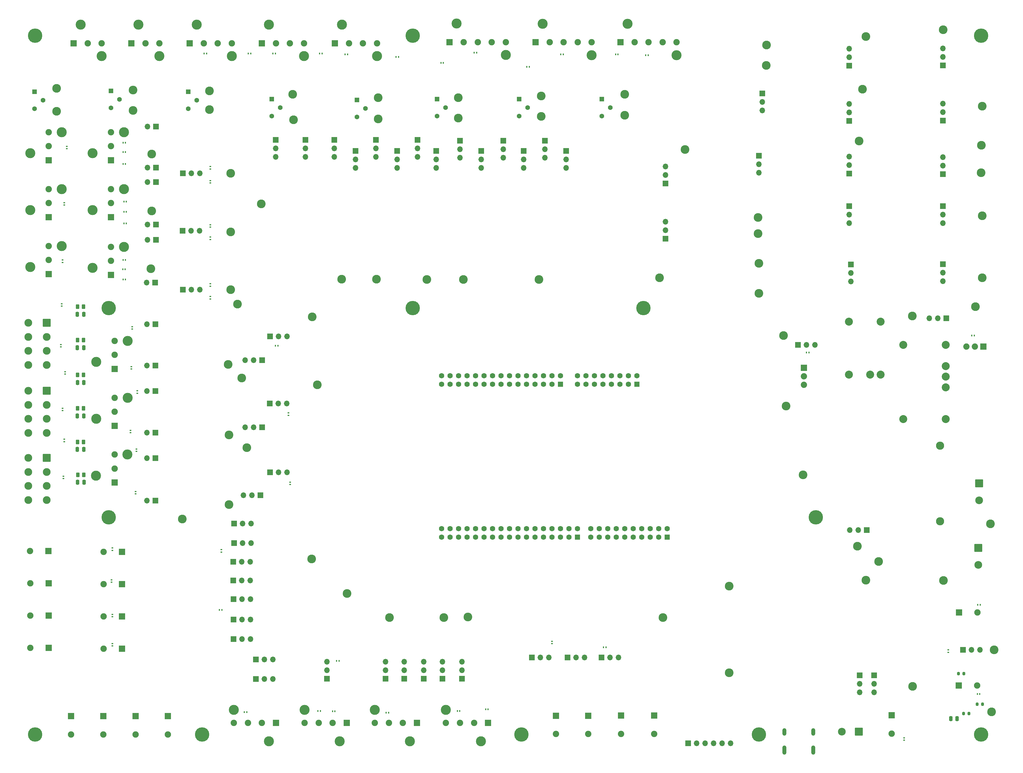
<source format=gbr>
%TF.GenerationSoftware,KiCad,Pcbnew,(6.0.10)*%
%TF.CreationDate,2024-08-19T09:21:52-04:00*%
%TF.ProjectId,ExoFlex_Kicad,45786f46-6c65-4785-9f4b-696361642e6b,rev?*%
%TF.SameCoordinates,Original*%
%TF.FileFunction,Soldermask,Bot*%
%TF.FilePolarity,Negative*%
%FSLAX46Y46*%
G04 Gerber Fmt 4.6, Leading zero omitted, Abs format (unit mm)*
G04 Created by KiCad (PCBNEW (6.0.10)) date 2024-08-19 09:21:52*
%MOMM*%
%LPD*%
G01*
G04 APERTURE LIST*
G04 Aperture macros list*
%AMRoundRect*
0 Rectangle with rounded corners*
0 $1 Rounding radius*
0 $2 $3 $4 $5 $6 $7 $8 $9 X,Y pos of 4 corners*
0 Add a 4 corners polygon primitive as box body*
4,1,4,$2,$3,$4,$5,$6,$7,$8,$9,$2,$3,0*
0 Add four circle primitives for the rounded corners*
1,1,$1+$1,$2,$3*
1,1,$1+$1,$4,$5*
1,1,$1+$1,$6,$7*
1,1,$1+$1,$8,$9*
0 Add four rect primitives between the rounded corners*
20,1,$1+$1,$2,$3,$4,$5,0*
20,1,$1+$1,$4,$5,$6,$7,0*
20,1,$1+$1,$6,$7,$8,$9,0*
20,1,$1+$1,$8,$9,$2,$3,0*%
G04 Aperture macros list end*
%ADD10C,2.604000*%
%ADD11RoundRect,0.200000X0.200000X0.275000X-0.200000X0.275000X-0.200000X-0.275000X0.200000X-0.275000X0*%
%ADD12RoundRect,0.200000X-0.200000X-0.275000X0.200000X-0.275000X0.200000X0.275000X-0.200000X0.275000X0*%
%ADD13R,1.900000X1.900000*%
%ADD14C,1.900000*%
%ADD15R,0.300000X0.550000*%
%ADD16RoundRect,0.250000X0.250000X0.475000X-0.250000X0.475000X-0.250000X-0.475000X0.250000X-0.475000X0*%
%ADD17C,4.300000*%
%ADD18RoundRect,0.102000X1.050000X1.050000X-1.050000X1.050000X-1.050000X-1.050000X1.050000X-1.050000X0*%
%ADD19C,2.304000*%
%ADD20R,1.700000X1.700000*%
%ADD21O,1.700000X1.700000*%
%ADD22C,2.999999*%
%ADD23RoundRect,0.102000X-0.611000X0.611000X-0.611000X-0.611000X0.611000X-0.611000X0.611000X0.611000X0*%
%ADD24C,1.426000*%
%ADD25C,1.594000*%
%ADD26RoundRect,0.102000X-0.695000X-0.695000X0.695000X-0.695000X0.695000X0.695000X-0.695000X0.695000X0*%
%ADD27R,1.879600X1.879600*%
%ADD28C,1.879600*%
%ADD29C,2.388400*%
%ADD30C,2.454000*%
%ADD31RoundRect,0.102000X-1.050000X1.050000X-1.050000X-1.050000X1.050000X-1.050000X1.050000X1.050000X0*%
%ADD32RoundRect,0.076200X-1.087500X1.087500X-1.087500X-1.087500X1.087500X-1.087500X1.087500X1.087500X0*%
%ADD33C,2.327400*%
%ADD34O,1.188400X2.252400*%
%ADD35O,1.252400X2.752400*%
%ADD36R,0.550000X0.300000*%
%ADD37RoundRect,0.250000X-0.262500X-0.450000X0.262500X-0.450000X0.262500X0.450000X-0.262500X0.450000X0*%
G04 APERTURE END LIST*
D10*
%TO.C,TP32*%
X323342000Y-231902000D03*
%TD*%
D11*
%TO.C,R285*%
X316547000Y-232410000D03*
X314897000Y-232410000D03*
%TD*%
D12*
%TO.C,R284*%
X318961000Y-229616000D03*
X320611000Y-229616000D03*
%TD*%
%TO.C,R283*%
X313373000Y-220472000D03*
X315023000Y-220472000D03*
%TD*%
D13*
%TO.C,J4*%
X313524001Y-224028000D03*
D14*
X319024000Y-224028000D03*
%TD*%
D15*
%TO.C,D174*%
X319044447Y-226532071D03*
X319744447Y-226532071D03*
%TD*%
D16*
%TO.C,C85*%
X312975031Y-233895753D03*
X311075031Y-233895753D03*
%TD*%
D10*
%TO.C,TP117*%
X154432000Y-102600000D03*
%TD*%
D17*
%TO.C,H14*%
X320202000Y-238672000D03*
%TD*%
D10*
%TO.C,TP113*%
X139828000Y-54610000D03*
%TD*%
D18*
%TO.C,J81*%
X283602000Y-237810501D03*
D19*
X278522000Y-237810501D03*
%TD*%
D17*
%TO.C,H6*%
X320202000Y-29672000D03*
%TD*%
D10*
%TO.C,TP37*%
X72085000Y-65070002D03*
%TD*%
D20*
%TO.C,J7*%
X283852500Y-220980000D03*
D21*
X283852500Y-223520000D03*
X283852500Y-226060000D03*
%TD*%
D10*
%TO.C,TP3*%
X323000000Y-175700000D03*
%TD*%
D20*
%TO.C,J77*%
X73213000Y-135947004D03*
D21*
X70673000Y-135947004D03*
%TD*%
D22*
%TO.C,J22*%
X55491001Y-127228005D03*
X64891000Y-120928005D03*
D13*
X61041000Y-129328003D03*
D14*
X61041000Y-125128004D03*
X61041000Y-120928005D03*
%TD*%
D10*
%TO.C,TP110*%
X114300000Y-47244000D03*
%TD*%
D22*
%TO.C,J23*%
X55491001Y-144272003D03*
X64891000Y-137972003D03*
D13*
X61041000Y-146372001D03*
D14*
X61041000Y-142172002D03*
X61041000Y-137972003D03*
%TD*%
D22*
%TO.C,J45*%
X214402000Y-26122001D03*
X229101969Y-35522000D03*
D13*
X212302002Y-31672000D03*
D14*
X216502001Y-31672000D03*
X220702000Y-31672000D03*
X224902000Y-31672000D03*
X229101999Y-31672000D03*
%TD*%
D20*
%TO.C,J100*%
X142036000Y-221977999D03*
D21*
X142036000Y-219437999D03*
X142036000Y-216897999D03*
%TD*%
D22*
%TO.C,J13*%
X45137000Y-58538005D03*
X35737001Y-64838005D03*
D13*
X41287000Y-66938003D03*
D14*
X41287000Y-62738004D03*
X41287000Y-58538005D03*
%TD*%
D20*
%TO.C,J120*%
X196052000Y-64180000D03*
D21*
X196052000Y-66720000D03*
X196052000Y-69260000D03*
%TD*%
D20*
%TO.C,J132*%
X225760000Y-90401000D03*
D21*
X225760000Y-87861000D03*
X225760000Y-85321000D03*
%TD*%
D20*
%TO.C,J68*%
X308702000Y-98059000D03*
D21*
X308702000Y-100599000D03*
X308702000Y-103139000D03*
%TD*%
D10*
%TO.C,TP62*%
X95250000Y-149098000D03*
%TD*%
D20*
%TO.C,J92*%
X96778000Y-181412000D03*
D21*
X99318000Y-181412000D03*
X101858000Y-181412000D03*
%TD*%
D20*
%TO.C,J78*%
X73213000Y-148393004D03*
D21*
X70673000Y-148393004D03*
%TD*%
D10*
%TO.C,TP42*%
X71831000Y-99360002D03*
%TD*%
D20*
%TO.C,J74*%
X81444500Y-105661496D03*
D21*
X83984500Y-105661496D03*
X86524500Y-105661496D03*
%TD*%
D23*
%TO.C,RV3*%
X83058000Y-46482000D03*
D24*
X85598000Y-49022000D03*
X83058000Y-51562000D03*
%TD*%
D20*
%TO.C,J127*%
X164896000Y-221977999D03*
D21*
X164896000Y-219437999D03*
X164896000Y-216897999D03*
%TD*%
D20*
%TO.C,J111*%
X118074000Y-60863000D03*
D21*
X118074000Y-63403000D03*
X118074000Y-65943000D03*
%TD*%
D20*
%TO.C,J105*%
X196464000Y-215646000D03*
D21*
X199004000Y-215646000D03*
X201544000Y-215646000D03*
%TD*%
D20*
%TO.C,J106*%
X206609000Y-215646000D03*
D21*
X209149000Y-215646000D03*
X211689000Y-215646000D03*
%TD*%
D20*
%TO.C,J67*%
X308702000Y-71105000D03*
D21*
X308702000Y-68565000D03*
X308702000Y-66025000D03*
%TD*%
D10*
%TO.C,TP96*%
X188582000Y-47752000D03*
%TD*%
%TO.C,TP11*%
X253702000Y-97769000D03*
%TD*%
D13*
%TO.C,J35*%
X48000000Y-233172000D03*
D14*
X48000000Y-238671999D03*
%TD*%
D10*
%TO.C,TP68*%
X120142000Y-113800000D03*
%TD*%
D20*
%TO.C,J64*%
X73335000Y-90749002D03*
D21*
X70795000Y-90749002D03*
%TD*%
D20*
%TO.C,J57*%
X232542000Y-241300000D03*
D21*
X235082000Y-241300000D03*
X237622000Y-241300000D03*
X240162000Y-241300000D03*
X242702000Y-241300000D03*
X245242000Y-241300000D03*
%TD*%
D20*
%TO.C,J124*%
X124510000Y-221992999D03*
D21*
X124510000Y-219452999D03*
X124510000Y-216912999D03*
%TD*%
D10*
%TO.C,TP41*%
X95682000Y-105654000D03*
%TD*%
D20*
%TO.C,J110*%
X109184000Y-60878000D03*
D21*
X109184000Y-63418000D03*
X109184000Y-65958000D03*
%TD*%
D25*
%TO.C,J10*%
X194346500Y-131372000D03*
D26*
X194346500Y-133912000D03*
D25*
X191806500Y-131372000D03*
X191806500Y-133912000D03*
X189266500Y-131372000D03*
X189266500Y-133912000D03*
X186726500Y-131372000D03*
X186726500Y-133912000D03*
X184186500Y-131372000D03*
X184186500Y-133912000D03*
X181646500Y-131372000D03*
X181646500Y-133912000D03*
X179106500Y-131372000D03*
X179106500Y-133912000D03*
X176566500Y-131372000D03*
X176566500Y-133912000D03*
X174026500Y-131372000D03*
X174026500Y-133912000D03*
X171486500Y-131372000D03*
X171486500Y-133912000D03*
X168946500Y-131372000D03*
X168946500Y-133912000D03*
X166406500Y-131372000D03*
X166406500Y-133912000D03*
X163866500Y-131372000D03*
X163866500Y-133912000D03*
X161326500Y-131372000D03*
X161326500Y-133912000D03*
X158786500Y-131372000D03*
X158786500Y-133912000D03*
%TD*%
D10*
%TO.C,TP17*%
X266954000Y-161036000D03*
%TD*%
D22*
%TO.C,J20*%
X54394001Y-81856005D03*
X63794000Y-75556005D03*
D13*
X59944000Y-83956003D03*
D14*
X59944000Y-79756004D03*
X59944000Y-75556005D03*
%TD*%
D13*
%TO.C,J27*%
X41255000Y-193418002D03*
D14*
X35755001Y-193418002D03*
%TD*%
D10*
%TO.C,TP20*%
X244856000Y-220218000D03*
%TD*%
%TO.C,TP18*%
X104902000Y-80010000D03*
%TD*%
D20*
%TO.C,J93*%
X96524000Y-192588000D03*
D21*
X99064000Y-192588000D03*
X101604000Y-192588000D03*
%TD*%
D20*
%TO.C,J73*%
X81344500Y-88061496D03*
D21*
X83884500Y-88061496D03*
X86424500Y-88061496D03*
%TD*%
D10*
%TO.C,TP60*%
X99060000Y-132080000D03*
%TD*%
D20*
%TO.C,J119*%
X183352000Y-64180000D03*
D21*
X183352000Y-66720000D03*
X183352000Y-69260000D03*
%TD*%
D20*
%TO.C,J95*%
X103286000Y-216210000D03*
D21*
X105826000Y-216210000D03*
X108366000Y-216210000D03*
%TD*%
D17*
%TO.C,H12*%
X59202000Y-173672000D03*
%TD*%
D22*
%TO.C,J54*%
X74409999Y-35813001D03*
X68109999Y-26413002D03*
D13*
X66010001Y-31963001D03*
D14*
X70210000Y-31963001D03*
X74409999Y-31963001D03*
%TD*%
D13*
%TO.C,J47*%
X202663001Y-233022002D03*
D14*
X202663001Y-238522001D03*
%TD*%
D17*
%TO.C,H11*%
X150202000Y-29672000D03*
%TD*%
%TO.C,H4*%
X37202000Y-29672000D03*
%TD*%
D10*
%TO.C,TP5*%
X285700000Y-192500000D03*
%TD*%
D27*
%TO.C,U124*%
X320814900Y-122664000D03*
D28*
X318274900Y-122664000D03*
X315734900Y-122664000D03*
%TD*%
D20*
%TO.C,J131*%
X225760000Y-73886000D03*
D21*
X225760000Y-71346000D03*
X225760000Y-68806000D03*
%TD*%
D10*
%TO.C,TP84*%
X119900000Y-186200000D03*
%TD*%
D13*
%TO.C,J48*%
X212451000Y-232970001D03*
D14*
X212451000Y-238470000D03*
%TD*%
D20*
%TO.C,J86*%
X104633000Y-167132000D03*
D21*
X102093000Y-167132000D03*
X99553000Y-167132000D03*
%TD*%
D10*
%TO.C,TP112*%
X139828000Y-48260000D03*
%TD*%
D17*
%TO.C,H7*%
X150202000Y-111172000D03*
%TD*%
D20*
%TO.C,J94*%
X96539000Y-198176000D03*
D21*
X99079000Y-198176000D03*
X101619000Y-198176000D03*
%TD*%
D20*
%TO.C,J5*%
X309727000Y-114172000D03*
D21*
X307187000Y-114172000D03*
X304647000Y-114172000D03*
%TD*%
D10*
%TO.C,TP2*%
X283200500Y-182372000D03*
%TD*%
D20*
%TO.C,J125*%
X147624000Y-221977999D03*
D21*
X147624000Y-219437999D03*
X147624000Y-216897999D03*
%TD*%
D10*
%TO.C,TP13*%
X253492000Y-84074000D03*
%TD*%
D22*
%TO.C,J19*%
X54394001Y-64838005D03*
X63794000Y-58538005D03*
D13*
X59944000Y-66938003D03*
D14*
X59944000Y-62738004D03*
X59944000Y-58538005D03*
%TD*%
D23*
%TO.C,RV6*%
X37084000Y-46482000D03*
D24*
X39624000Y-49022000D03*
X37084000Y-51562000D03*
%TD*%
D10*
%TO.C,TP124*%
X139300000Y-102500000D03*
%TD*%
D20*
%TO.C,J90*%
X96524000Y-187000000D03*
D21*
X99064000Y-187000000D03*
X101604000Y-187000000D03*
%TD*%
D13*
%TO.C,J26*%
X63194000Y-184020000D03*
D14*
X57694001Y-184020000D03*
%TD*%
D20*
%TO.C,J96*%
X159054000Y-221977999D03*
D21*
X159054000Y-219437999D03*
X159054000Y-216897999D03*
%TD*%
D20*
%TO.C,J58*%
X280702000Y-55197000D03*
D21*
X280702000Y-52657000D03*
X280702000Y-50117000D03*
%TD*%
D10*
%TO.C,TP107*%
X225044000Y-203708000D03*
%TD*%
D17*
%TO.C,H5*%
X182702000Y-238672000D03*
%TD*%
D10*
%TO.C,TP126*%
X165354000Y-102616000D03*
%TD*%
D22*
%TO.C,J49*%
X85568002Y-26413002D03*
X96067979Y-35813001D03*
D13*
X83468004Y-31963001D03*
D14*
X87668003Y-31963001D03*
X91868002Y-31963001D03*
X96068002Y-31963001D03*
%TD*%
D13*
%TO.C,J34*%
X313533501Y-202184000D03*
D14*
X319033500Y-202184000D03*
%TD*%
D10*
%TO.C,TP85*%
X130556000Y-196500000D03*
%TD*%
%TO.C,TP61*%
X94996000Y-128016000D03*
%TD*%
D22*
%TO.C,J24*%
X64843000Y-154928005D03*
X55443001Y-161228005D03*
D13*
X60993000Y-163328003D03*
D14*
X60993000Y-159128004D03*
X60993000Y-154928005D03*
%TD*%
D13*
%TO.C,J32*%
X63246000Y-212976000D03*
D14*
X57746001Y-212976000D03*
%TD*%
D22*
%TO.C,J44*%
X203701969Y-35522000D03*
X189002000Y-26122001D03*
D13*
X186902002Y-31672000D03*
D14*
X191102001Y-31672000D03*
X195302000Y-31672000D03*
X199502000Y-31672000D03*
X203701999Y-31672000D03*
%TD*%
D29*
%TO.C,U7*%
X280630000Y-131064000D03*
X286980000Y-131064000D03*
X290155000Y-131064000D03*
X290155000Y-115189000D03*
X280630000Y-115189000D03*
%TD*%
D10*
%TO.C,TP118*%
X43688000Y-45466000D03*
%TD*%
%TO.C,TP23*%
X284734000Y-45720000D03*
%TD*%
D29*
%TO.C,U5*%
X296852000Y-144348000D03*
X309552000Y-144348000D03*
X309552000Y-134823000D03*
X309552000Y-131648000D03*
X309552000Y-128473000D03*
X309552000Y-122123000D03*
X296852000Y-122123000D03*
%TD*%
D25*
%TO.C,J12*%
X199426500Y-177100000D03*
D26*
X199426500Y-179640000D03*
D25*
X196886500Y-177100000D03*
X196886500Y-179640000D03*
X194346500Y-177100000D03*
X194346500Y-179640000D03*
X191806500Y-177100000D03*
X191806500Y-179640000D03*
X189266500Y-177100000D03*
X189266500Y-179640000D03*
X186726500Y-177100000D03*
X186726500Y-179640000D03*
X184186500Y-177100000D03*
X184186500Y-179640000D03*
X181646500Y-177100000D03*
X181646500Y-179640000D03*
X179106500Y-177100000D03*
X179106500Y-179640000D03*
X176566500Y-177100000D03*
X176566500Y-179640000D03*
X174026500Y-177100000D03*
X174026500Y-179640000D03*
X171486500Y-177100000D03*
X171486500Y-179640000D03*
X168946500Y-177100000D03*
X168946500Y-179640000D03*
X166406500Y-177100000D03*
X166406500Y-179640000D03*
X163866500Y-177100000D03*
X163866500Y-179640000D03*
X161326500Y-177100000D03*
X161326500Y-179640000D03*
X158786500Y-177100000D03*
X158786500Y-179640000D03*
%TD*%
D22*
%TO.C,J41*%
X149334001Y-240693000D03*
X138834024Y-231293001D03*
D13*
X151433999Y-235143001D03*
D14*
X147234000Y-235143001D03*
X143034001Y-235143001D03*
X138834001Y-235143001D03*
%TD*%
D20*
%TO.C,J87*%
X281202000Y-98107000D03*
D21*
X281202000Y-100647000D03*
X281202000Y-103187000D03*
%TD*%
D17*
%TO.C,H9*%
X253702000Y-238672000D03*
%TD*%
D20*
%TO.C,J62*%
X73406000Y-56896000D03*
D21*
X70866000Y-56896000D03*
%TD*%
D23*
%TO.C,RV4*%
X107978000Y-48632000D03*
D24*
X110518000Y-51172000D03*
X107978000Y-53712000D03*
%TD*%
D10*
%TO.C,TP64*%
X95250000Y-169926000D03*
%TD*%
%TO.C,TP97*%
X188582000Y-53848000D03*
%TD*%
D17*
%TO.C,H8*%
X270702000Y-173672000D03*
%TD*%
%TO.C,H3*%
X219202000Y-111172000D03*
%TD*%
D10*
%TO.C,TP4*%
X285750000Y-29972000D03*
%TD*%
D20*
%TO.C,J61*%
X73335000Y-86177002D03*
D21*
X70795000Y-86177002D03*
%TD*%
D22*
%TO.C,J40*%
X117820024Y-231322000D03*
X128320001Y-240721999D03*
D13*
X130419999Y-235172000D03*
D14*
X126220000Y-235172000D03*
X122020001Y-235172000D03*
X117820001Y-235172000D03*
%TD*%
D10*
%TO.C,TP120*%
X66548000Y-45974000D03*
%TD*%
D20*
%TO.C,J80*%
X73213000Y-168713004D03*
D21*
X70673000Y-168713004D03*
%TD*%
D20*
%TO.C,J69*%
X253702000Y-65632000D03*
D21*
X253702000Y-68172000D03*
X253702000Y-70712000D03*
%TD*%
D10*
%TO.C,TP108*%
X89408000Y-46228000D03*
%TD*%
%TO.C,TP128*%
X244856000Y-194310000D03*
%TD*%
D20*
%TO.C,J102*%
X164302000Y-61117000D03*
D21*
X164302000Y-63657000D03*
X164302000Y-66197000D03*
%TD*%
D10*
%TO.C,TP12*%
X256032000Y-32512000D03*
%TD*%
D20*
%TO.C,J71*%
X288170500Y-220965000D03*
D21*
X288170500Y-223505000D03*
X288170500Y-226045000D03*
%TD*%
D20*
%TO.C,J122*%
X145506000Y-64195000D03*
D21*
X145506000Y-66735000D03*
X145506000Y-69275000D03*
%TD*%
D10*
%TO.C,TP27*%
X320294000Y-62484000D03*
%TD*%
D22*
%TO.C,J39*%
X96670024Y-231293001D03*
X107170001Y-240693000D03*
D13*
X109269999Y-235143001D03*
D14*
X105070000Y-235143001D03*
X100870001Y-235143001D03*
X96670001Y-235143001D03*
%TD*%
D20*
%TO.C,J63*%
X73355000Y-69134002D03*
D21*
X70815000Y-69134002D03*
%TD*%
D20*
%TO.C,J109*%
X151602000Y-60878000D03*
D21*
X151602000Y-63418000D03*
X151602000Y-65958000D03*
%TD*%
D27*
%TO.C,U123*%
X267206000Y-128986500D03*
D28*
X267206000Y-131526500D03*
X267206000Y-134066500D03*
%TD*%
D23*
%TO.C,RV2*%
X206702000Y-48632000D03*
D24*
X209242000Y-51172000D03*
X206702000Y-53712000D03*
%TD*%
D13*
%TO.C,J30*%
X63246000Y-203324000D03*
D14*
X57746001Y-203324000D03*
%TD*%
D10*
%TO.C,TP81*%
X253702000Y-106769000D03*
%TD*%
D17*
%TO.C,H13*%
X59202000Y-111172000D03*
%TD*%
D10*
%TO.C,TP109*%
X89408000Y-51816000D03*
%TD*%
%TO.C,TP6*%
X261874000Y-140462000D03*
%TD*%
%TO.C,TP40*%
X72085000Y-82088002D03*
%TD*%
D20*
%TO.C,J82*%
X314721000Y-213360000D03*
D21*
X317261000Y-213360000D03*
X319801000Y-213360000D03*
%TD*%
D22*
%TO.C,J50*%
X107158001Y-26413001D03*
X117657978Y-35813000D03*
D13*
X105058003Y-31963000D03*
D14*
X109258002Y-31963000D03*
X113458001Y-31963000D03*
X117658001Y-31963000D03*
%TD*%
D22*
%TO.C,J53*%
X57137999Y-35813001D03*
X50837999Y-26413002D03*
D13*
X48738001Y-31963001D03*
D14*
X52938000Y-31963001D03*
X57137999Y-31963001D03*
%TD*%
D30*
%TO.C,F1*%
X307857500Y-152276000D03*
X307857500Y-174876000D03*
%TD*%
D10*
%TO.C,TP59*%
X97790000Y-109982000D03*
%TD*%
D20*
%TO.C,J116*%
X107442000Y-139700000D03*
D21*
X109982000Y-139700000D03*
X112522000Y-139700000D03*
%TD*%
D20*
%TO.C,J59*%
X308702000Y-55103000D03*
D21*
X308702000Y-52563000D03*
X308702000Y-50023000D03*
%TD*%
D20*
%TO.C,J98*%
X96539000Y-204272000D03*
D21*
X99079000Y-204272000D03*
X101619000Y-204272000D03*
%TD*%
D23*
%TO.C,RV7*%
X59944000Y-46228000D03*
D24*
X62484000Y-48768000D03*
X59944000Y-51308000D03*
%TD*%
D20*
%TO.C,J97*%
X96539000Y-210114000D03*
D21*
X99079000Y-210114000D03*
X101619000Y-210114000D03*
%TD*%
D20*
%TO.C,J104*%
X185781000Y-215646000D03*
D21*
X188321000Y-215646000D03*
X190861000Y-215646000D03*
%TD*%
D10*
%TO.C,TP94*%
X163828000Y-48260000D03*
%TD*%
%TO.C,TP26*%
X283718000Y-61214000D03*
%TD*%
%TO.C,TP38*%
X95758000Y-70866000D03*
%TD*%
D20*
%TO.C,J108*%
X126710000Y-60878000D03*
D21*
X126710000Y-63418000D03*
X126710000Y-65958000D03*
%TD*%
D20*
%TO.C,J56*%
X308702000Y-38593000D03*
D21*
X308702000Y-36053000D03*
X308702000Y-33513000D03*
%TD*%
D31*
%TO.C,J3*%
X319287500Y-182880000D03*
D19*
X319287500Y-187960000D03*
%TD*%
D13*
%TO.C,J52*%
X222357000Y-232970001D03*
D14*
X222357000Y-238470000D03*
%TD*%
D10*
%TO.C,TP1*%
X308900000Y-192600000D03*
%TD*%
D20*
%TO.C,J89*%
X254712000Y-46958000D03*
D21*
X254712000Y-49498000D03*
X254712000Y-52038000D03*
%TD*%
D25*
%TO.C,J11*%
X226310000Y-177100000D03*
D26*
X226310000Y-179640000D03*
D25*
X223770000Y-177100000D03*
X223770000Y-179640000D03*
X221230000Y-177100000D03*
X221230000Y-179640000D03*
X218690000Y-177100000D03*
X218690000Y-179640000D03*
X216150000Y-177100000D03*
X216150000Y-179640000D03*
X213610000Y-177100000D03*
X213610000Y-179640000D03*
X211070000Y-177100000D03*
X211070000Y-179640000D03*
X208530000Y-177100000D03*
X208530000Y-179640000D03*
X205990000Y-177100000D03*
X205990000Y-179640000D03*
X203450000Y-177100000D03*
X203450000Y-179640000D03*
%TD*%
D20*
%TO.C,J60*%
X73335000Y-73477002D03*
D21*
X70795000Y-73477002D03*
%TD*%
D10*
%TO.C,TP30*%
X231648000Y-63754000D03*
%TD*%
%TO.C,TP98*%
X213560000Y-47244000D03*
%TD*%
D13*
%TO.C,J25*%
X41218999Y-183766002D03*
D14*
X35719000Y-183766002D03*
%TD*%
D20*
%TO.C,J91*%
X96778000Y-175570000D03*
D21*
X99318000Y-175570000D03*
X101858000Y-175570000D03*
%TD*%
D10*
%TO.C,TP8*%
X261112000Y-119380000D03*
%TD*%
D20*
%TO.C,J55*%
X280702000Y-38687000D03*
D21*
X280702000Y-36147000D03*
X280702000Y-33607000D03*
%TD*%
D22*
%TO.C,J15*%
X45137000Y-92574005D03*
X35737001Y-98874005D03*
D13*
X41287000Y-100974003D03*
D14*
X41287000Y-96774004D03*
X41287000Y-92574005D03*
%TD*%
D32*
%TO.C,J16*%
X40669000Y-115560504D03*
D33*
X40669000Y-119760504D03*
X40669000Y-123960504D03*
X40669000Y-128160504D03*
X35169000Y-115560504D03*
X35169000Y-119760504D03*
X35169000Y-123960504D03*
X35169000Y-128160504D03*
%TD*%
D10*
%TO.C,TP24*%
X324104000Y-213360000D03*
%TD*%
%TO.C,TP95*%
X163828000Y-54356000D03*
%TD*%
%TO.C,TP127*%
X166700000Y-203500000D03*
%TD*%
D20*
%TO.C,J123*%
X157190000Y-64195000D03*
D21*
X157190000Y-66735000D03*
X157190000Y-69275000D03*
%TD*%
D20*
%TO.C,J66*%
X280702000Y-70960000D03*
D21*
X280702000Y-68420000D03*
X280702000Y-65880000D03*
%TD*%
D20*
%TO.C,J2*%
X285989000Y-177546000D03*
D21*
X283449000Y-177546000D03*
X280909000Y-177546000D03*
%TD*%
D10*
%TO.C,TP125*%
X121666000Y-134112000D03*
%TD*%
D20*
%TO.C,J117*%
X107457000Y-119634000D03*
D21*
X109997000Y-119634000D03*
X112537000Y-119634000D03*
%TD*%
D10*
%TO.C,TP10*%
X318516000Y-110744000D03*
%TD*%
D22*
%TO.C,J42*%
X160102025Y-231322000D03*
X170602002Y-240721999D03*
D13*
X172702000Y-235172000D03*
D14*
X168502001Y-235172000D03*
X164302002Y-235172000D03*
X160102002Y-235172000D03*
%TD*%
D10*
%TO.C,TP63*%
X100584000Y-152908000D03*
%TD*%
%TO.C,TP22*%
X308864000Y-27940000D03*
%TD*%
%TO.C,TP99*%
X213560000Y-53458000D03*
%TD*%
D22*
%TO.C,J51*%
X129002001Y-26413001D03*
X139501978Y-35813000D03*
D13*
X126902003Y-31963000D03*
D14*
X131102002Y-31963000D03*
X135302001Y-31963000D03*
X139502001Y-31963000D03*
%TD*%
D20*
%TO.C,J79*%
X73213000Y-156013004D03*
D21*
X70673000Y-156013004D03*
%TD*%
D20*
%TO.C,J118*%
X170652000Y-64195000D03*
D21*
X170652000Y-66735000D03*
X170652000Y-69275000D03*
%TD*%
D10*
%TO.C,TP103*%
X187900000Y-102600000D03*
%TD*%
D20*
%TO.C,J85*%
X105141000Y-146812000D03*
D21*
X102601000Y-146812000D03*
X100061000Y-146812000D03*
%TD*%
D23*
%TO.C,RV1*%
X181978000Y-48632000D03*
D24*
X184518000Y-51172000D03*
X181978000Y-53712000D03*
%TD*%
D10*
%TO.C,TP92*%
X143256000Y-203708000D03*
%TD*%
D13*
%TO.C,J36*%
X57652000Y-233172000D03*
D14*
X57652000Y-238671999D03*
%TD*%
D17*
%TO.C,H2*%
X37202000Y-238672000D03*
%TD*%
D13*
%TO.C,J37*%
X67304000Y-233172000D03*
D14*
X67304000Y-238671999D03*
%TD*%
D23*
%TO.C,RV27*%
X157478000Y-48632000D03*
D24*
X160018000Y-51172000D03*
X157478000Y-53712000D03*
%TD*%
D13*
%TO.C,J29*%
X41255000Y-203070002D03*
D14*
X35755001Y-203070002D03*
%TD*%
D20*
%TO.C,J72*%
X81444500Y-70861496D03*
D21*
X83984500Y-70861496D03*
X86524500Y-70861496D03*
%TD*%
D20*
%TO.C,J121*%
X133060000Y-64180000D03*
D21*
X133060000Y-66720000D03*
X133060000Y-69260000D03*
%TD*%
D10*
%TO.C,TP39*%
X95758000Y-88392000D03*
%TD*%
D20*
%TO.C,J126*%
X153466000Y-221977999D03*
D21*
X153466000Y-219437999D03*
X153466000Y-216897999D03*
%TD*%
D20*
%TO.C,J75*%
X73193000Y-115981004D03*
D21*
X70653000Y-115981004D03*
%TD*%
D10*
%TO.C,TP14*%
X81280000Y-174244000D03*
%TD*%
D23*
%TO.C,RV5*%
X133478000Y-48886000D03*
D24*
X136018000Y-51426000D03*
X133478000Y-53966000D03*
%TD*%
D10*
%TO.C,TP21*%
X224028000Y-102108000D03*
%TD*%
%TO.C,TP121*%
X66548000Y-52070000D03*
%TD*%
D20*
%TO.C,J101*%
X177256000Y-61132000D03*
D21*
X177256000Y-63672000D03*
X177256000Y-66212000D03*
%TD*%
D20*
%TO.C,J107*%
X139156000Y-60878000D03*
D21*
X139156000Y-63418000D03*
X139156000Y-65958000D03*
%TD*%
D32*
%TO.C,J17*%
X40677000Y-135872004D03*
D33*
X40677000Y-140072004D03*
X40677000Y-144272004D03*
X40677000Y-148472004D03*
X35177000Y-135872004D03*
X35177000Y-140072004D03*
X35177000Y-144272004D03*
X35177000Y-148472004D03*
%TD*%
D20*
%TO.C,J88*%
X280702000Y-80622000D03*
D21*
X280702000Y-83162000D03*
X280702000Y-85702000D03*
%TD*%
D13*
%TO.C,J28*%
X63246000Y-193672000D03*
D14*
X57746001Y-193672000D03*
%TD*%
D17*
%TO.C,H10*%
X87202000Y-238672000D03*
%TD*%
D20*
%TO.C,J99*%
X103271000Y-222052000D03*
D21*
X105811000Y-222052000D03*
X108351000Y-222052000D03*
%TD*%
D10*
%TO.C,TP25*%
X320548000Y-50800000D03*
%TD*%
D20*
%TO.C,J84*%
X105141000Y-126746000D03*
D21*
X102601000Y-126746000D03*
X100061000Y-126746000D03*
%TD*%
D10*
%TO.C,TP46*%
X128900000Y-102500000D03*
%TD*%
D20*
%TO.C,J65*%
X73095000Y-103524002D03*
D21*
X70555000Y-103524002D03*
%TD*%
D13*
%TO.C,J33*%
X293456000Y-232922001D03*
D14*
X293456000Y-238422000D03*
%TD*%
D10*
%TO.C,TP19*%
X320202000Y-70672000D03*
%TD*%
D22*
%TO.C,J21*%
X63765000Y-92828003D03*
X54365001Y-99128003D03*
D13*
X59915000Y-101228001D03*
D14*
X59915000Y-97028002D03*
X59915000Y-92828003D03*
%TD*%
D10*
%TO.C,TP7*%
X299567000Y-113500000D03*
%TD*%
%TO.C,TP9*%
X299720000Y-224282000D03*
%TD*%
D25*
%TO.C,J9*%
X217205000Y-131375000D03*
D26*
X217205000Y-133915000D03*
D25*
X214665000Y-131375000D03*
X214665000Y-133915000D03*
X212125000Y-131375000D03*
X212125000Y-133915000D03*
X209585000Y-131375000D03*
X209585000Y-133915000D03*
X207045000Y-131375000D03*
X207045000Y-133915000D03*
X204505000Y-131375000D03*
X204505000Y-133915000D03*
X201965000Y-131375000D03*
X201965000Y-133915000D03*
X199425000Y-131375000D03*
X199425000Y-133915000D03*
%TD*%
D31*
%TO.C,J1*%
X319551000Y-163576000D03*
D19*
X319551000Y-168656000D03*
%TD*%
D20*
%TO.C,J115*%
X107457000Y-160274000D03*
D21*
X109997000Y-160274000D03*
X112537000Y-160274000D03*
%TD*%
D13*
%TO.C,J31*%
X41307000Y-212722002D03*
D14*
X35807001Y-212722002D03*
%TD*%
D22*
%TO.C,J43*%
X163298000Y-26055000D03*
X177997969Y-35454999D03*
D13*
X161198002Y-31604999D03*
D14*
X165398001Y-31604999D03*
X169598000Y-31604999D03*
X173798000Y-31604999D03*
X177997999Y-31604999D03*
%TD*%
D20*
%TO.C,J6*%
X265430000Y-122174000D03*
D21*
X267970000Y-122174000D03*
X270510000Y-122174000D03*
%TD*%
D10*
%TO.C,TP15*%
X255900000Y-38613000D03*
%TD*%
%TO.C,TP93*%
X159512000Y-203704999D03*
%TD*%
D20*
%TO.C,J70*%
X308702000Y-80652000D03*
D21*
X308702000Y-83192000D03*
X308702000Y-85732000D03*
%TD*%
D34*
%TO.C,J8*%
X261312000Y-237927000D03*
X269952000Y-237927000D03*
D35*
X261312000Y-243287000D03*
X269952000Y-243287000D03*
%TD*%
D10*
%TO.C,TP29*%
X320548000Y-83566000D03*
%TD*%
D32*
%TO.C,J18*%
X40721000Y-155946504D03*
D33*
X40721000Y-160146504D03*
X40721000Y-164346504D03*
X40721000Y-168546504D03*
X35221000Y-155946504D03*
X35221000Y-160146504D03*
X35221000Y-164346504D03*
X35221000Y-168546504D03*
%TD*%
D22*
%TO.C,J14*%
X45137000Y-75556005D03*
X35737001Y-81856005D03*
D13*
X41287000Y-83956003D03*
D14*
X41287000Y-79756004D03*
X41287000Y-75556005D03*
%TD*%
D13*
%TO.C,J46*%
X193011001Y-233022002D03*
D14*
X193011001Y-238522001D03*
%TD*%
D10*
%TO.C,TP16*%
X253492000Y-88900000D03*
%TD*%
%TO.C,TP28*%
X320548000Y-102108000D03*
%TD*%
%TO.C,TP31*%
X289560000Y-186944000D03*
%TD*%
D20*
%TO.C,J76*%
X73213000Y-128327004D03*
D21*
X70673000Y-128327004D03*
%TD*%
D13*
%TO.C,J38*%
X76956000Y-233172000D03*
D14*
X76956000Y-238671999D03*
%TD*%
D10*
%TO.C,TP111*%
X114554000Y-54864000D03*
%TD*%
%TO.C,TP119*%
X43688000Y-52324000D03*
%TD*%
D20*
%TO.C,J103*%
X189702000Y-61147000D03*
D21*
X189702000Y-63687000D03*
X189702000Y-66227000D03*
%TD*%
D16*
%TO.C,C70*%
X51750000Y-153400000D03*
X49850000Y-153400000D03*
%TD*%
D36*
%TO.C,D48*%
X60322000Y-202720000D03*
X60322000Y-203420000D03*
%TD*%
D15*
%TO.C,D93*%
X101696000Y-35052000D03*
X100996000Y-35052000D03*
%TD*%
D16*
%TO.C,C61*%
X51850000Y-163200000D03*
X49950000Y-163200000D03*
%TD*%
D37*
%TO.C,R10*%
X49887500Y-151200000D03*
X51712500Y-151200000D03*
%TD*%
D36*
%TO.C,D42*%
X60068000Y-192436000D03*
X60068000Y-193136000D03*
%TD*%
%TO.C,D50*%
X60322000Y-211486000D03*
X60322000Y-212186000D03*
%TD*%
D37*
%TO.C,R9*%
X49887500Y-110700000D03*
X51712500Y-110700000D03*
%TD*%
D15*
%TO.C,D22*%
X63452000Y-99568000D03*
X64152000Y-99568000D03*
%TD*%
D37*
%TO.C,R280*%
X49900000Y-120700000D03*
X51725000Y-120700000D03*
%TD*%
D36*
%TO.C,D13*%
X46736000Y-62800000D03*
X46736000Y-63500000D03*
%TD*%
D15*
%TO.C,D23*%
X63548000Y-96774000D03*
X64248000Y-96774000D03*
%TD*%
%TO.C,D161*%
X109824000Y-122428000D03*
X109124000Y-122428000D03*
%TD*%
D36*
%TO.C,D7*%
X45720000Y-161448000D03*
X45720000Y-162148000D03*
%TD*%
D15*
%TO.C,D95*%
X109062000Y-35052000D03*
X108362000Y-35052000D03*
%TD*%
%TO.C,D24*%
X63802000Y-85852000D03*
X64502000Y-85852000D03*
%TD*%
%TO.C,D28*%
X63548000Y-64516000D03*
X64248000Y-64516000D03*
%TD*%
D36*
%TO.C,D12*%
X89662000Y-86214000D03*
X89662000Y-86914000D03*
%TD*%
D37*
%TO.C,R279*%
X49887500Y-141100000D03*
X51712500Y-141100000D03*
%TD*%
D36*
%TO.C,D19*%
X44958000Y-122078000D03*
X44958000Y-122778000D03*
%TD*%
D15*
%TO.C,D21*%
X63548000Y-102616000D03*
X64248000Y-102616000D03*
%TD*%
%TO.C,D80*%
X195168000Y-35306000D03*
X194468000Y-35306000D03*
%TD*%
D36*
%TO.C,D30*%
X67310000Y-166720000D03*
X67310000Y-166020000D03*
%TD*%
%TO.C,D120*%
X92941947Y-183404252D03*
X92941947Y-184104252D03*
%TD*%
D15*
%TO.C,D113*%
X185008000Y-39009000D03*
X184308000Y-39009000D03*
%TD*%
%TO.C,D124*%
X92360000Y-201422000D03*
X93060000Y-201422000D03*
%TD*%
%TO.C,D70*%
X163546380Y-231648000D03*
X164246380Y-231648000D03*
%TD*%
D16*
%TO.C,C69*%
X51750000Y-113000000D03*
X49850000Y-113000000D03*
%TD*%
D15*
%TO.C,D69*%
X142227921Y-232118786D03*
X142927921Y-232118786D03*
%TD*%
D36*
%TO.C,D8*%
X45974000Y-79660000D03*
X45974000Y-80360000D03*
%TD*%
D15*
%TO.C,D72*%
X126202766Y-231673390D03*
X126902766Y-231673390D03*
%TD*%
%TO.C,D142*%
X207264000Y-212598000D03*
X207964000Y-212598000D03*
%TD*%
D37*
%TO.C,R8*%
X49887500Y-131100000D03*
X51712500Y-131100000D03*
%TD*%
D15*
%TO.C,D6*%
X318104000Y-119380000D03*
X317404000Y-119380000D03*
%TD*%
D37*
%TO.C,R3*%
X49987500Y-161000000D03*
X51812500Y-161000000D03*
%TD*%
D36*
%TO.C,D36*%
X66025001Y-128628003D03*
X66025001Y-129328003D03*
%TD*%
%TO.C,D38*%
X66294000Y-117444000D03*
X66294000Y-116744000D03*
%TD*%
%TO.C,D32*%
X67564000Y-153320000D03*
X67564000Y-154020000D03*
%TD*%
%TO.C,D35*%
X67818000Y-135890000D03*
X67818000Y-136590000D03*
%TD*%
D15*
%TO.C,D96*%
X130652000Y-35306000D03*
X129952000Y-35306000D03*
%TD*%
%TO.C,D29*%
X63548000Y-61722000D03*
X64248000Y-61722000D03*
%TD*%
%TO.C,D94*%
X87788000Y-35052000D03*
X88488000Y-35052000D03*
%TD*%
%TO.C,D68*%
X121824000Y-231648000D03*
X122524000Y-231648000D03*
%TD*%
D36*
%TO.C,D159*%
X113538000Y-163226000D03*
X113538000Y-163926000D03*
%TD*%
D15*
%TO.C,D114*%
X211582000Y-35306000D03*
X210882000Y-35306000D03*
%TD*%
D36*
%TO.C,D55*%
X297180000Y-239680000D03*
X297180000Y-240380000D03*
%TD*%
D15*
%TO.C,D79*%
X169260000Y-34798000D03*
X168560000Y-34798000D03*
%TD*%
D36*
%TO.C,D143*%
X191780717Y-210804837D03*
X191780717Y-211504837D03*
%TD*%
%TO.C,D16*%
X89662000Y-68834000D03*
X89662000Y-69534000D03*
%TD*%
D16*
%TO.C,C62*%
X51796190Y-133400000D03*
X49896190Y-133400000D03*
%TD*%
D15*
%TO.C,D91*%
X122332000Y-35052000D03*
X123032000Y-35052000D03*
%TD*%
D36*
%TO.C,D17*%
X45212000Y-110586000D03*
X45212000Y-109886000D03*
%TD*%
%TO.C,D18*%
X89662000Y-89928000D03*
X89662000Y-90628000D03*
%TD*%
D16*
%TO.C,C78*%
X51750000Y-123000000D03*
X49850000Y-123000000D03*
%TD*%
D36*
%TO.C,D5*%
X310388000Y-213360000D03*
X310388000Y-214060000D03*
%TD*%
%TO.C,D4*%
X45974000Y-151068000D03*
X45974000Y-150368000D03*
%TD*%
D15*
%TO.C,D92*%
X145192000Y-36068000D03*
X145892000Y-36068000D03*
%TD*%
%TO.C,D27*%
X63548000Y-68072000D03*
X64248000Y-68072000D03*
%TD*%
D36*
%TO.C,D3*%
X45466000Y-96774000D03*
X45466000Y-97474000D03*
%TD*%
%TO.C,D11*%
X46228000Y-130206000D03*
X46228000Y-130906000D03*
%TD*%
%TO.C,D15*%
X89662000Y-103886000D03*
X89662000Y-104586000D03*
%TD*%
D16*
%TO.C,C77*%
X51750000Y-143400000D03*
X49850000Y-143400000D03*
%TD*%
D36*
%TO.C,D160*%
X113030000Y-142494000D03*
X113030000Y-143194000D03*
%TD*%
D15*
%TO.C,D74*%
X172720000Y-231140000D03*
X172020000Y-231140000D03*
%TD*%
%TO.C,D56*%
X319182000Y-199898000D03*
X319882000Y-199898000D03*
%TD*%
%TO.C,D26*%
X63802000Y-79344000D03*
X64502000Y-79344000D03*
%TD*%
D36*
%TO.C,D14*%
X45466000Y-141128000D03*
X45466000Y-141828000D03*
%TD*%
D15*
%TO.C,D25*%
X63802000Y-82392000D03*
X64502000Y-82392000D03*
%TD*%
D36*
%TO.C,D33*%
X65786000Y-147732000D03*
X65786000Y-148432000D03*
%TD*%
D15*
%TO.C,D81*%
X220568000Y-35560000D03*
X219868000Y-35560000D03*
%TD*%
%TO.C,D179*%
X127412000Y-216662000D03*
X128112000Y-216662000D03*
%TD*%
D36*
%TO.C,D20*%
X89662000Y-107696000D03*
X89662000Y-108396000D03*
%TD*%
%TO.C,D40*%
X60322000Y-182880000D03*
X60322000Y-183580000D03*
%TD*%
%TO.C,D43*%
X89662000Y-73056000D03*
X89662000Y-73756000D03*
%TD*%
D15*
%TO.C,D9*%
X267970000Y-124460000D03*
X268670000Y-124460000D03*
%TD*%
%TO.C,D67*%
X99826725Y-231982827D03*
X100526725Y-231982827D03*
%TD*%
%TO.C,D112*%
X159330000Y-37846000D03*
X158630000Y-37846000D03*
%TD*%
M02*

</source>
